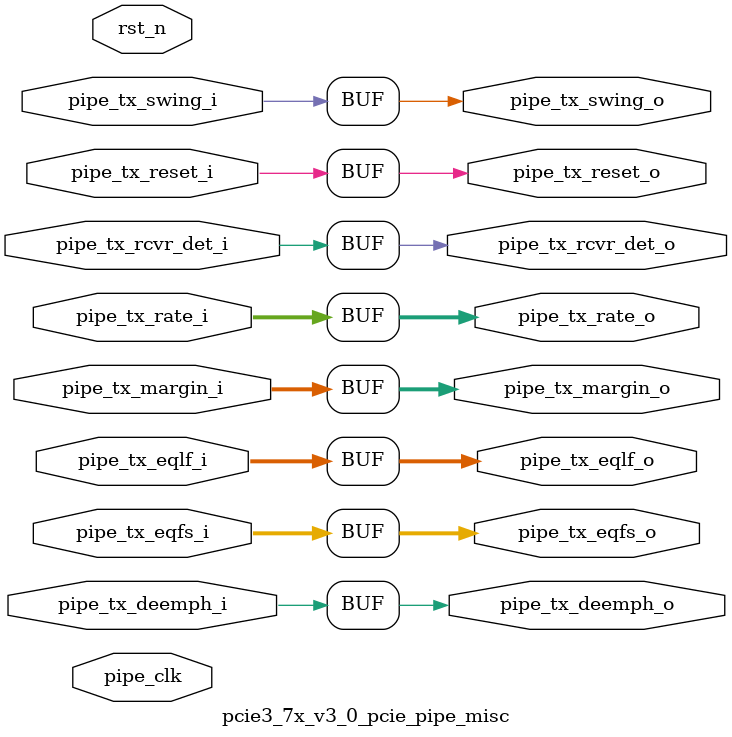
<source format=v>

`timescale 1ps/1ps

module pcie3_7x_v3_0_pcie_pipe_misc #
(
  parameter        TCQ = 100,
  parameter        PIPE_PIPELINE_STAGES = 0    // 0 - 0 stages, 1 - 1 stage, 2 - 2 stages
) (

  input   wire        pipe_tx_rcvr_det_i      ,     // PIPE Tx Receiver Detect
  input   wire        pipe_tx_reset_i         ,     // PIPE Tx Reset
  input   wire [1:0]  pipe_tx_rate_i          ,     // PIPE Tx Rate
  input   wire        pipe_tx_deemph_i        ,     // PIPE Tx Deemphasis
  input   wire [2:0]  pipe_tx_margin_i        ,     // PIPE Tx Margin
  input   wire        pipe_tx_swing_i         ,     // PIPE Tx Swing
  input   wire [5:0]  pipe_tx_eqfs_i          ,     // PIPE Tx
  input   wire [5:0]  pipe_tx_eqlf_i          ,     // PIPE Tx
  output  wire        pipe_tx_rcvr_det_o      ,     // Pipelined PIPE Tx Receiver Detect
  output  wire        pipe_tx_reset_o         ,     // Pipelined PIPE Tx Reset
  output  wire [1:0]  pipe_tx_rate_o          ,     // Pipelined PIPE Tx Rate
  output  wire        pipe_tx_deemph_o        ,     // Pipelined PIPE Tx Deemphasis
  output  wire [2:0]  pipe_tx_margin_o        ,     // Pipelined PIPE Tx Margin
  output  wire        pipe_tx_swing_o         ,     // Pipelined PIPE Tx Swing
  output wire [5:0]  pipe_tx_eqfs_o           ,     // PIPE Tx
  output wire [5:0]  pipe_tx_eqlf_o           ,     // PIPE Tx

  input   wire        pipe_clk                ,     // PIPE Clock
  input   wire        rst_n                         // Reset
);

  //******************************************************************//
  // Reality check.                                                   //
  //******************************************************************//

  reg                pipe_tx_rcvr_det_q       ;
  reg                pipe_tx_reset_q          ;
  reg [1:0]          pipe_tx_rate_q           ;
  reg                pipe_tx_deemph_q         ;
  reg [2:0]          pipe_tx_margin_q         ;
  reg                pipe_tx_swing_q          ;
  reg                pipe_tx_eqfs_q          ;
  reg                pipe_tx_eqlf_q          ;

  reg                pipe_tx_rcvr_det_qq      ;
  reg                pipe_tx_reset_qq         ;
  reg [1:0]          pipe_tx_rate_qq          ;
  reg                pipe_tx_deemph_qq        ;
  reg [2:0]          pipe_tx_margin_qq        ;
  reg                pipe_tx_swing_qq         ;
  reg                pipe_tx_eqfs_qq          ;
  reg                pipe_tx_eqlf_qq          ;


  generate

  if (PIPE_PIPELINE_STAGES == 0) begin : pipe_stages_0

      assign pipe_tx_rcvr_det_o = pipe_tx_rcvr_det_i;
      assign pipe_tx_reset_o    = pipe_tx_reset_i;
      assign pipe_tx_rate_o     = pipe_tx_rate_i;
      assign pipe_tx_deemph_o   = pipe_tx_deemph_i;
      assign pipe_tx_margin_o   = pipe_tx_margin_i;
      assign pipe_tx_swing_o    = pipe_tx_swing_i;
      assign pipe_tx_eqfs_o     = pipe_tx_eqfs_i;
      assign pipe_tx_eqlf_o     = pipe_tx_eqlf_i;

  end // if (PIPE_PIPELINE_STAGES == 0)
  else if (PIPE_PIPELINE_STAGES == 1) begin : pipe_stages_1

    always @(posedge pipe_clk) begin

      if (!rst_n)
      begin

        pipe_tx_rcvr_det_q <= #TCQ 1'b0;
        pipe_tx_reset_q    <= #TCQ 1'b1;
        pipe_tx_rate_q     <= #TCQ 2'b0;
        pipe_tx_deemph_q   <= #TCQ 1'b1;
        pipe_tx_margin_q   <= #TCQ 3'b0;
        pipe_tx_swing_q    <= #TCQ 1'b0;
        pipe_tx_eqfs_q     <= #TCQ 5'b0;
        pipe_tx_eqlf_q     <= #TCQ 5'b0;

      end
      else
      begin

        pipe_tx_rcvr_det_q <= #TCQ pipe_tx_rcvr_det_i;
        pipe_tx_reset_q    <= #TCQ pipe_tx_reset_i;
        pipe_tx_rate_q     <= #TCQ pipe_tx_rate_i;
        pipe_tx_deemph_q   <= #TCQ pipe_tx_deemph_i;
        pipe_tx_margin_q   <= #TCQ pipe_tx_margin_i;
        pipe_tx_swing_q    <= #TCQ pipe_tx_swing_i;
        pipe_tx_eqfs_q     <= #TCQ pipe_tx_eqfs_i;
        pipe_tx_eqlf_q     <= #TCQ pipe_tx_eqlf_i;

      end

    end

    assign pipe_tx_rcvr_det_o = pipe_tx_rcvr_det_q;
    assign pipe_tx_reset_o    = pipe_tx_reset_q;
    assign pipe_tx_rate_o     = pipe_tx_rate_q;
    assign pipe_tx_deemph_o   = pipe_tx_deemph_q;
    assign pipe_tx_margin_o   = pipe_tx_margin_q;
    assign pipe_tx_swing_o    = pipe_tx_swing_q;
    assign pipe_tx_eqfs_o     = pipe_tx_eqfs_q;
    assign pipe_tx_eqlf_o     = pipe_tx_eqlf_q;

  end // if (PIPE_PIPELINE_STAGES == 1)
  else if (PIPE_PIPELINE_STAGES == 2) begin : pipe_stages_2

    always @(posedge pipe_clk) begin

      if (!rst_n)
      begin

        pipe_tx_rcvr_det_q  <= #TCQ 1'b0;
        pipe_tx_reset_q     <= #TCQ 1'b1;
        pipe_tx_rate_q      <= #TCQ 2'b0;
        pipe_tx_deemph_q    <= #TCQ 1'b1;
        pipe_tx_margin_q    <= #TCQ 1'b0;
        pipe_tx_swing_q     <= #TCQ 1'b0;
        pipe_tx_eqfs_q      <= #TCQ 5'b0;
        pipe_tx_eqlf_q      <= #TCQ 5'b0;

        pipe_tx_rcvr_det_qq <= #TCQ 1'b0;
        pipe_tx_reset_qq    <= #TCQ 1'b1;
        pipe_tx_rate_qq     <= #TCQ 2'b0;
        pipe_tx_deemph_qq   <= #TCQ 1'b1;
        pipe_tx_margin_qq   <= #TCQ 1'b0;
        pipe_tx_swing_qq    <= #TCQ 1'b0;
        pipe_tx_eqfs_qq     <= #TCQ 5'b0;
        pipe_tx_eqlf_qq     <= #TCQ 5'b0;

      end
      else
      begin

        pipe_tx_rcvr_det_q  <= #TCQ pipe_tx_rcvr_det_i;
        pipe_tx_reset_q     <= #TCQ pipe_tx_reset_i;
        pipe_tx_rate_q      <= #TCQ pipe_tx_rate_i;
        pipe_tx_deemph_q    <= #TCQ pipe_tx_deemph_i;
        pipe_tx_margin_q    <= #TCQ pipe_tx_margin_i;
        pipe_tx_swing_q     <= #TCQ pipe_tx_swing_i;
        pipe_tx_eqfs_q      <= #TCQ pipe_tx_eqfs_i;
        pipe_tx_eqlf_q      <= #TCQ pipe_tx_eqlf_i;

        pipe_tx_rcvr_det_qq <= #TCQ pipe_tx_rcvr_det_q;
        pipe_tx_reset_qq    <= #TCQ pipe_tx_reset_q;
        pipe_tx_rate_qq     <= #TCQ pipe_tx_rate_q;
        pipe_tx_deemph_qq   <= #TCQ pipe_tx_deemph_q;
        pipe_tx_margin_qq   <= #TCQ pipe_tx_margin_q;
        pipe_tx_swing_qq    <= #TCQ pipe_tx_swing_q;
        pipe_tx_eqfs_qq     <= #TCQ pipe_tx_eqfs_q;
        pipe_tx_eqlf_qq     <= #TCQ pipe_tx_eqlf_q;

      end

    end

    assign pipe_tx_rcvr_det_o = pipe_tx_rcvr_det_qq;
    assign pipe_tx_reset_o    = pipe_tx_reset_qq;
    assign pipe_tx_rate_o     = pipe_tx_rate_qq;
    assign pipe_tx_deemph_o   = pipe_tx_deemph_qq;
    assign pipe_tx_margin_o   = pipe_tx_margin_qq;
    assign pipe_tx_swing_o    = pipe_tx_swing_qq;
    assign pipe_tx_eqfs_o     = pipe_tx_eqfs_qq;
    assign pipe_tx_eqlf_o     = pipe_tx_eqlf_qq;

  end // if (PIPE_PIPELINE_STAGES == 2)

  // Default to zero pipeline stages if PIPE_PIPELINE_STAGES != 0,1,2
  else begin
    assign pipe_tx_rcvr_det_o = pipe_tx_rcvr_det_i;
    assign pipe_tx_reset_o    = pipe_tx_reset_i;
    assign pipe_tx_rate_o     = pipe_tx_rate_i;
    assign pipe_tx_deemph_o   = pipe_tx_deemph_i;
    assign pipe_tx_margin_o   = pipe_tx_margin_i;
    assign pipe_tx_swing_o    = pipe_tx_swing_i;
    assign pipe_tx_eqfs_o     = pipe_tx_eqfs_i;
    assign pipe_tx_eqlf_o     = pipe_tx_eqlf_i;
  end
  endgenerate

endmodule


</source>
